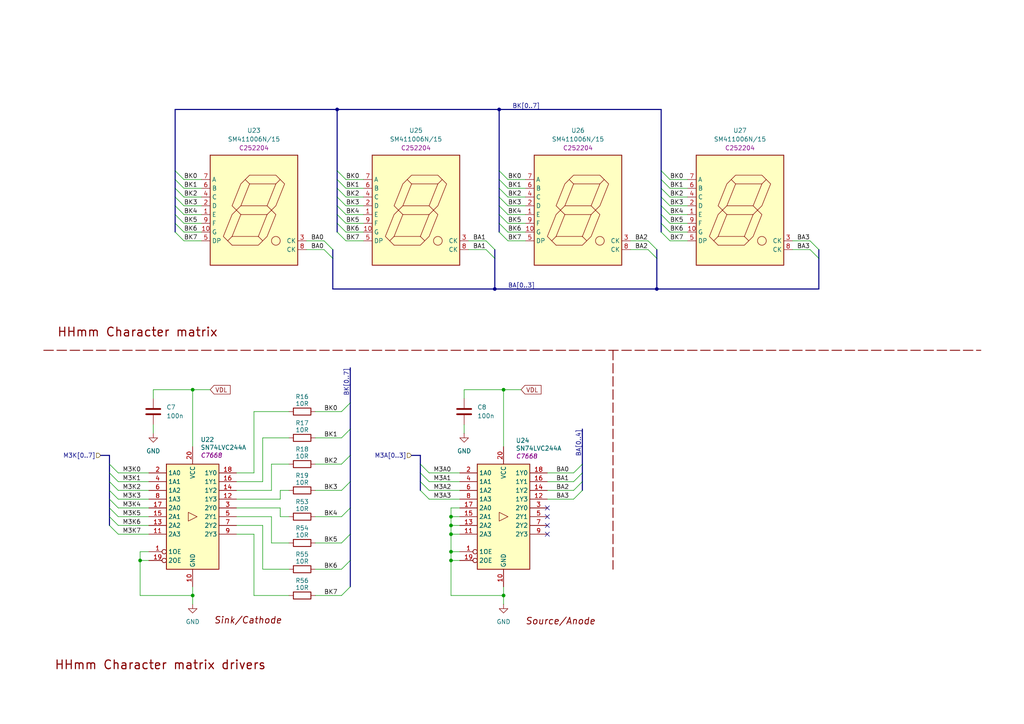
<source format=kicad_sch>
(kicad_sch (version 20250114) (generator "eeschema") (generator_version "9.0")
  (paper "A4")
  (title_block (title "HHmm Character Matrix & Drivers ") (date "2025-09-05") (rev "v0.0") (company "TJ71PL") (comment 1 "天計") (comment 4 "Final verification pending"))
  (lib_symbols
    (symbol "74xx:74AHC244"
      (property "Reference" "U" (at -7.62 16.51 0))
      (property "Value" "74AHC244" (at -7.62 -16.51 0))
      (symbol "74AHC244_1_0"
        (polyline (pts (xy 1.27 0) (xy -1.27 1.27) (xy -1.27 -1.27) (xy 1.27 0)) (stroke (width 0.1524)))
        (pin input line (at -12.7 12.7 0) (length 5.08) (name "1A0") (number "2"))
        (pin input line (at -12.7 10.16 0) (length 5.08) (name "1A1") (number "4"))
        (pin input line (at -12.7 7.62 0) (length 5.08) (name "1A2") (number "6"))
        (pin input line (at -12.7 5.08 0) (length 5.08) (name "1A3") (number "8"))
        (pin input line (at -12.7 2.54 0) (length 5.08) (name "2A0") (number "17"))
        (pin input line (at -12.7 0 0) (length 5.08) (name "2A1") (number "15"))
        (pin input line (at -12.7 -2.54 0) (length 5.08) (name "2A2") (number "13"))
        (pin input line (at -12.7 -5.08 0) (length 5.08) (name "2A3") (number "11"))
        (pin input inverted (at -12.7 -10.16 0) (length 5.08) (name "1OE") (number "1"))
        (pin input inverted (at -12.7 -12.7 0) (length 5.08) (name "2OE") (number "19"))
        (pin power_in line (at 0 20.32 270) (length 5.08) (name "VCC") (number "20"))
        (pin power_in line (at 0 -20.32 90) (length 5.08) (name "GND") (number "10"))
        (pin tri_state line (at 12.7 12.7 180) (length 5.08) (name "1Y0") (number "18"))
        (pin tri_state line (at 12.7 10.16 180) (length 5.08) (name "1Y1") (number "16"))
        (pin tri_state line (at 12.7 7.62 180) (length 5.08) (name "1Y2") (number "14"))
        (pin tri_state line (at 12.7 5.08 180) (length 5.08) (name "1Y3") (number "12"))
        (pin tri_state line (at 12.7 2.54 180) (length 5.08) (name "2Y0") (number "3"))
        (pin tri_state line (at 12.7 0 180) (length 5.08) (name "2Y1") (number "5"))
        (pin tri_state line (at 12.7 -2.54 180) (length 5.08) (name "2Y2") (number "7"))
        (pin tri_state line (at 12.7 -5.08 180) (length 5.08) (name "2Y3") (number "9"))
      )
      (symbol "74AHC244_1_1"
        (rectangle (start -7.62 15.24) (end 7.62 -15.24) (stroke (width 0.254)) (fill (type background)))
      )
    )
    (symbol "Device:C" (pin_numbers (hide yes)) (pin_names (offset 0.254))
      (property "Reference" "C" (at 0.635 2.54 0))
      (property "Value" "C" (at 0.635 -2.54 0))
      (symbol "C_0_1"
        (polyline (pts (xy -2.032 0.762) (xy 2.032 0.762)) (stroke (width 0.508)))
        (polyline (pts (xy -2.032 -0.762) (xy 2.032 -0.762)) (stroke (width 0.508)))
      )
      (symbol "C_1_1"
        (pin passive line (at 0 3.81 270) (length 2.794) (name "~") (number "1"))
        (pin passive line (at 0 -3.81 90) (length 2.794) (name "~") (number "2"))
      )
    )
    (symbol "Device:R" (pin_numbers (hide yes)) (pin_names (offset 0))
      (property "Reference" "R" (at 2.032 0 90))
      (property "Value" "R" (at 0 0 90))
      (symbol "R_0_1"
        (rectangle (start -1.016 -2.54) (end 1.016 2.54) (stroke (width 0.254)))
      )
      (symbol "R_1_1"
        (pin passive line (at 0 3.81 270) (length 1.27) (name "~") (number "1"))
        (pin passive line (at 0 -3.81 90) (length 1.27) (name "~") (number "2"))
      )
    )
    (symbol "power:GND" (power) (pin_numbers (hide yes)) (pin_names (offset 0) (hide yes))
      (property "Value" "GND" (at 0 -3.81 0))
      (symbol "GND_0_1"
        (polyline (pts (xy 0 0) (xy 0 -1.27) (xy 1.27 -1.27) (xy 0 -2.54) (xy -1.27 -1.27) (xy 0 -1.27)))
      )
      (symbol "GND_1_1"
        (pin power_in line (at 0 0 270) (length 0) (name "~") (number "1"))
      )
    )
    (symbol "precision_clock:SM411006N/15"
      (property "Reference" "U" (at 0 21.844 0))
      (property "Value" "SM411006N/15" (at 0 19.812 0))
      (symbol "SM411006N/15_0_1"
        (polyline (pts (xy -7.62 -8.89) (xy -6.35 -7.62)))
        (polyline (pts (xy -7.62 -8.89) (xy -6.35 -10.16)))
        (polyline (pts (xy -6.35 -7.62) (xy -3.81 -1.27)))
        (polyline (pts (xy -6.35 -7.62) (xy 1.27 -7.62)))
        (polyline (pts (xy -6.35 -10.16) (xy 1.27 -10.16) (xy 2.54 -8.89)))
        (polyline (pts (xy -5.08 0) (xy -6.35 -1.27) (xy -8.89 -7.62) (xy -7.62 -8.89)))
        (polyline (pts (xy -3.81 1.27) (xy -5.08 0)))
        (polyline (pts (xy -3.81 1.27) (xy 3.81 1.27)))
        (polyline (pts (xy -3.81 -1.27) (xy -5.08 0)))
        (polyline (pts (xy -3.81 -1.27) (xy 3.81 -1.27)))
        (polyline (pts (xy -2.54 8.89) (xy -3.81 7.62) (xy -6.35 1.27) (xy -5.08 0)))
        (polyline (pts (xy 1.27 -7.62) (xy 2.54 -8.89)))
        (polyline (pts (xy 2.54 -8.89) (xy 3.81 -7.62) (xy 6.35 -1.27) (xy 5.08 0)))
        (polyline (pts (xy 3.81 1.27) (xy 5.08 0)))
        (polyline (pts (xy 3.81 -1.27) (xy 1.27 -7.62)))
        (polyline (pts (xy 5.08 0) (xy 3.81 -1.27)))
        (polyline (pts (xy 5.08 0) (xy 6.35 1.27) (xy 8.89 7.62) (xy 7.62 8.89)))
        (polyline (pts (xy 6.35 7.62) (xy 3.81 1.27)))
        (polyline (pts (xy 6.35 7.62) (xy -1.27 7.62) (xy -3.81 1.27)))
        (polyline (pts (xy 6.35 7.62) (xy 7.62 8.89) (xy 6.35 10.16) (xy -1.27 10.16) (xy -2.54 8.89) (xy -1.27 7.62)))
        (circle (center 6.35 -8.89) (radius 1.27))
      )
      (symbol "SM411006N/15_1_1"
        (rectangle (start -12.7 15.9543) (end 12.7 -15.9544) (stroke (width 0.254)) (fill (type color) (color 255 255 194 1)))
        (pin input line (at -15.24 8.89 0) (length 2.54) (name "A") (number "7"))
        (pin input line (at -15.24 6.35 0) (length 2.54) (name "B") (number "6"))
        (pin input line (at -15.24 3.81 0) (length 2.54) (name "C") (number "4"))
        (pin input line (at -15.24 1.27 0) (length 2.54) (name "D") (number "2"))
        (pin input line (at -15.24 -1.27 0) (length 2.54) (name "E") (number "1"))
        (pin input line (at -15.24 -3.81 0) (length 2.54) (name "F") (number "9"))
        (pin input line (at -15.24 -6.35 0) (length 2.54) (name "G") (number "10"))
        (pin input line (at -15.24 -8.89 0) (length 2.54) (name "DP") (number "5"))
        (pin input line (at 15.24 -8.89 180) (length 2.54) (name "CK") (number "3"))
        (pin input line (at 15.24 -11.43 180) (length 2.54) (name "CK") (number "8"))
      )
    )
  )
  (text "Source/Anode" (at 162.56 180.34 0) (effects (font (size 1.905 1.905) (thickness 0.2381) (italic yes))))
  (text "HHmm Character matrix drivers " (at 15.748 193.04 0) (effects (font (size 2.54 2.54) (thickness 0.3175)) (justify left)))
  (text "HHmm Character matrix" (at 16.51 96.52 0) (effects (font (size 2.54 2.54) (thickness 0.3175)) (justify left)))
  (text "Sink/Cathode " (at 72.644 180.086 0) (effects (font (size 1.905 1.905) (thickness 0.2381) (italic yes))))
  (junction (at 55.88 113.03))
  (junction (at 130.81 162.56))
  (junction (at 130.81 149.86))
  (junction (at 146.05 172.72))
  (junction (at 130.81 152.4))
  (junction (at 40.64 162.56))
  (junction (at 130.81 160.02))
  (junction (at 143.51 83.82))
  (junction (at 55.88 172.72))
  (junction (at 97.79 31.75))
  (junction (at 130.81 154.94))
  (junction (at 146.05 113.03))
  (junction (at 190.5 83.82))
  (junction (at 144.78 31.75))
  (no_connect (at 158.75 154.94))
  (no_connect (at 158.75 147.32))
  (no_connect (at 158.75 152.4))
  (no_connect (at 158.75 149.86))
  (bus_entry (at 144.78 62.23) (size 2.54 2.54))
  (bus_entry (at 101.6 116.84) (size -2.54 2.54))
  (bus_entry (at 97.79 59.69) (size 2.54 2.54))
  (bus_entry (at 101.6 132.08) (size -2.54 2.54))
  (bus_entry (at 168.91 142.24) (size -2.54 2.54))
  (bus_entry (at 101.6 124.46) (size -2.54 2.54))
  (bus_entry (at 50.8 59.69) (size 2.54 2.54))
  (bus_entry (at 101.6 170.18) (size -2.54 2.54))
  (bus_entry (at 121.92 139.7) (size 2.54 2.54))
  (bus_entry (at 191.77 49.53) (size 2.54 2.54))
  (bus_entry (at 96.52 74.93) (size -2.54 -2.54))
  (bus_entry (at 97.79 67.31) (size 2.54 2.54))
  (bus_entry (at 237.49 74.93) (size -2.54 -2.54))
  (bus_entry (at 190.5 74.93) (size -2.54 -2.54))
  (bus_entry (at 144.78 57.15) (size 2.54 2.54))
  (bus_entry (at 97.79 49.53) (size 2.54 2.54))
  (bus_entry (at 97.79 64.77) (size 2.54 2.54))
  (bus_entry (at 50.8 57.15) (size 2.54 2.54))
  (bus_entry (at 31.75 147.32) (size 2.54 2.54))
  (bus_entry (at 191.77 59.69) (size 2.54 2.54))
  (bus_entry (at 144.78 54.61) (size 2.54 2.54))
  (bus_entry (at 168.91 134.62) (size -2.54 2.54))
  (bus_entry (at 97.79 57.15) (size 2.54 2.54))
  (bus_entry (at 168.91 137.16) (size -2.54 2.54))
  (bus_entry (at 144.78 64.77) (size 2.54 2.54))
  (bus_entry (at 121.92 142.24) (size 2.54 2.54))
  (bus_entry (at 121.92 137.16) (size 2.54 2.54))
  (bus_entry (at 190.5 72.39) (size -2.54 -2.54))
  (bus_entry (at 31.75 144.78) (size 2.54 2.54))
  (bus_entry (at 101.6 139.7) (size -2.54 2.54))
  (bus_entry (at 144.78 67.31) (size 2.54 2.54))
  (bus_entry (at 191.77 64.77) (size 2.54 2.54))
  (bus_entry (at 143.51 74.93) (size -2.54 -2.54))
  (bus_entry (at 97.79 52.07) (size 2.54 2.54))
  (bus_entry (at 191.77 57.15) (size 2.54 2.54))
  (bus_entry (at 50.8 67.31) (size 2.54 2.54))
  (bus_entry (at 31.75 142.24) (size 2.54 2.54))
  (bus_entry (at 31.75 139.7) (size 2.54 2.54))
  (bus_entry (at 97.79 54.61) (size 2.54 2.54))
  (bus_entry (at 144.78 52.07) (size 2.54 2.54))
  (bus_entry (at 50.8 64.77) (size 2.54 2.54))
  (bus_entry (at 31.75 149.86) (size 2.54 2.54))
  (bus_entry (at 143.51 72.39) (size -2.54 -2.54))
  (bus_entry (at 50.8 49.53) (size 2.54 2.54))
  (bus_entry (at 191.77 62.23) (size 2.54 2.54))
  (bus_entry (at 101.6 147.32) (size -2.54 2.54))
  (bus_entry (at 101.6 162.56) (size -2.54 2.54))
  (bus_entry (at 237.49 72.39) (size -2.54 -2.54))
  (bus_entry (at 31.75 134.62) (size 2.54 2.54))
  (bus_entry (at 191.77 54.61) (size 2.54 2.54))
  (bus_entry (at 31.75 137.16) (size 2.54 2.54))
  (bus_entry (at 96.52 72.39) (size -2.54 -2.54))
  (bus_entry (at 144.78 49.53) (size 2.54 2.54))
  (bus_entry (at 50.8 62.23) (size 2.54 2.54))
  (bus_entry (at 101.6 154.94) (size -2.54 2.54))
  (bus_entry (at 191.77 67.31) (size 2.54 2.54))
  (bus_entry (at 50.8 52.07) (size 2.54 2.54))
  (bus_entry (at 31.75 152.4) (size 2.54 2.54))
  (bus_entry (at 144.78 59.69) (size 2.54 2.54))
  (bus_entry (at 50.8 54.61) (size 2.54 2.54))
  (bus_entry (at 191.77 52.07) (size 2.54 2.54))
  (bus_entry (at 121.92 134.62) (size 2.54 2.54))
  (bus_entry (at 168.91 139.7) (size -2.54 2.54))
  (bus_entry (at 97.79 62.23) (size 2.54 2.54))
  (wire (pts (xy 130.81 154.94) (xy 130.81 152.4)))
  (wire (pts (xy 147.32 59.69) (xy 152.4 59.69)))
  (wire (pts (xy 100.33 67.31) (xy 105.41 67.31)))
  (bus (pts (xy 31.75 147.32) (xy 31.75 149.86)))
  (polyline (pts (xy 177.8 101.6) (xy 177.8 165.1)) (stroke (width 0.254) (type dash) (color 132 0 0 1)))
  (bus (pts (xy 31.75 142.24) (xy 31.75 144.78)))
  (wire (pts (xy 40.64 162.56) (xy 40.64 172.72)))
  (bus (pts (xy 144.78 52.07) (xy 144.78 54.61)))
  (bus (pts (xy 144.78 31.75) (xy 144.78 49.53)))
  (wire (pts (xy 124.46 144.78) (xy 133.35 144.78)))
  (bus (pts (xy 191.77 31.75) (xy 191.77 49.53)))
  (wire (pts (xy 34.29 147.32) (xy 43.18 147.32)))
  (wire (pts (xy 130.81 149.86) (xy 130.81 147.32)))
  (wire (pts (xy 55.88 170.18) (xy 55.88 172.72)))
  (wire (pts (xy 100.33 62.23) (xy 105.41 62.23)))
  (wire (pts (xy 194.31 52.07) (xy 199.39 52.07)))
  (bus (pts (xy 121.92 134.62) (xy 121.92 137.16)))
  (wire (pts (xy 130.81 152.4) (xy 130.81 149.86)))
  (wire (pts (xy 40.64 172.72) (xy 55.88 172.72)))
  (wire (pts (xy 78.74 149.86) (xy 78.74 157.48)))
  (wire (pts (xy 40.64 160.02) (xy 40.64 162.56)))
  (wire (pts (xy 130.81 162.56) (xy 130.81 172.72)))
  (wire (pts (xy 91.44 119.38) (xy 99.06 119.38)))
  (bus (pts (xy 101.6 132.08) (xy 101.6 139.7)))
  (wire (pts (xy 68.58 147.32) (xy 81.28 147.32)))
  (wire (pts (xy 91.44 134.62) (xy 99.06 134.62)))
  (wire (pts (xy 124.46 139.7) (xy 133.35 139.7)))
  (wire (pts (xy 146.05 172.72) (xy 146.05 175.26)))
  (wire (pts (xy 68.58 142.24) (xy 78.74 142.24)))
  (bus (pts (xy 143.51 74.93) (xy 143.51 83.82)))
  (wire (pts (xy 53.34 57.15) (xy 58.42 57.15)))
  (wire (pts (xy 76.2 165.1) (xy 83.82 165.1)))
  (wire (pts (xy 130.81 160.02) (xy 130.81 162.56)))
  (bus (pts (xy 144.78 31.75) (xy 191.77 31.75)))
  (bus (pts (xy 168.91 139.7) (xy 168.91 142.24)))
  (wire (pts (xy 81.28 142.24) (xy 83.82 142.24)))
  (wire (pts (xy 34.29 152.4) (xy 43.18 152.4)))
  (bus (pts (xy 50.8 57.15) (xy 50.8 59.69)))
  (bus (pts (xy 29.21 132.08) (xy 31.75 132.08)))
  (bus (pts (xy 101.6 124.46) (xy 101.6 132.08)))
  (bus (pts (xy 237.49 74.93) (xy 237.49 83.82)))
  (bus (pts (xy 190.5 74.93) (xy 190.5 83.82)))
  (bus (pts (xy 31.75 139.7) (xy 31.75 142.24)))
  (wire (pts (xy 158.75 142.24) (xy 166.37 142.24)))
  (wire (pts (xy 182.88 72.39) (xy 187.96 72.39)))
  (wire (pts (xy 135.89 72.39) (xy 140.97 72.39)))
  (wire (pts (xy 55.88 172.72) (xy 55.88 175.26)))
  (wire (pts (xy 100.33 54.61) (xy 105.41 54.61)))
  (wire (pts (xy 100.33 64.77) (xy 105.41 64.77)))
  (bus (pts (xy 31.75 132.08) (xy 31.75 134.62)))
  (wire (pts (xy 130.81 172.72) (xy 146.05 172.72)))
  (wire (pts (xy 146.05 170.18) (xy 146.05 172.72)))
  (wire (pts (xy 78.74 134.62) (xy 83.82 134.62)))
  (wire (pts (xy 34.29 142.24) (xy 43.18 142.24)))
  (bus (pts (xy 101.6 162.56) (xy 101.6 170.18)))
  (bus (pts (xy 96.52 74.93) (xy 96.52 83.82)))
  (bus (pts (xy 31.75 134.62) (xy 31.75 137.16)))
  (bus (pts (xy 190.5 72.39) (xy 190.5 74.93)))
  (wire (pts (xy 34.29 149.86) (xy 43.18 149.86)))
  (wire (pts (xy 44.45 115.57) (xy 44.45 113.03)))
  (bus (pts (xy 191.77 49.53) (xy 191.77 52.07)))
  (bus (pts (xy 97.79 57.15) (xy 97.79 59.69)))
  (wire (pts (xy 91.44 149.86) (xy 99.06 149.86)))
  (wire (pts (xy 73.66 154.94) (xy 73.66 172.72)))
  (wire (pts (xy 91.44 142.24) (xy 99.06 142.24)))
  (bus (pts (xy 143.51 72.39) (xy 143.51 74.93)))
  (bus (pts (xy 50.8 59.69) (xy 50.8 62.23)))
  (wire (pts (xy 130.81 149.86) (xy 133.35 149.86)))
  (wire (pts (xy 147.32 64.77) (xy 152.4 64.77)))
  (bus (pts (xy 101.6 154.94) (xy 101.6 162.56)))
  (wire (pts (xy 182.88 69.85) (xy 187.96 69.85)))
  (wire (pts (xy 76.2 139.7) (xy 76.2 127)))
  (bus (pts (xy 97.79 54.61) (xy 97.79 57.15)))
  (wire (pts (xy 60.96 113.03) (xy 55.88 113.03)))
  (bus (pts (xy 31.75 137.16) (xy 31.75 139.7)))
  (wire (pts (xy 134.62 113.03) (xy 146.05 113.03)))
  (bus (pts (xy 97.79 49.53) (xy 97.79 52.07)))
  (wire (pts (xy 130.81 162.56) (xy 133.35 162.56)))
  (bus (pts (xy 121.92 137.16) (xy 121.92 139.7)))
  (bus (pts (xy 50.8 54.61) (xy 50.8 57.15)))
  (wire (pts (xy 81.28 144.78) (xy 68.58 144.78)))
  (wire (pts (xy 53.34 59.69) (xy 58.42 59.69)))
  (wire (pts (xy 88.9 72.39) (xy 93.98 72.39)))
  (wire (pts (xy 194.31 54.61) (xy 199.39 54.61)))
  (wire (pts (xy 76.2 152.4) (xy 76.2 165.1)))
  (bus (pts (xy 50.8 49.53) (xy 50.8 52.07)))
  (bus (pts (xy 101.6 106.68) (xy 101.6 116.84)))
  (wire (pts (xy 130.81 152.4) (xy 133.35 152.4)))
  (bus (pts (xy 96.52 72.39) (xy 96.52 74.93)))
  (bus (pts (xy 50.8 31.75) (xy 50.8 49.53)))
  (wire (pts (xy 73.66 154.94) (xy 68.58 154.94)))
  (wire (pts (xy 124.46 137.16) (xy 133.35 137.16)))
  (wire (pts (xy 34.29 137.16) (xy 43.18 137.16)))
  (wire (pts (xy 135.89 69.85) (xy 140.97 69.85)))
  (wire (pts (xy 81.28 142.24) (xy 81.28 144.78)))
  (wire (pts (xy 44.45 113.03) (xy 55.88 113.03)))
  (wire (pts (xy 147.32 54.61) (xy 152.4 54.61)))
  (wire (pts (xy 134.62 123.19) (xy 134.62 125.73)))
  (wire (pts (xy 194.31 59.69) (xy 199.39 59.69)))
  (wire (pts (xy 147.32 69.85) (xy 152.4 69.85)))
  (bus (pts (xy 121.92 139.7) (xy 121.92 142.24)))
  (wire (pts (xy 53.34 67.31) (xy 58.42 67.31)))
  (wire (pts (xy 34.29 144.78) (xy 43.18 144.78)))
  (wire (pts (xy 194.31 69.85) (xy 199.39 69.85)))
  (bus (pts (xy 190.5 83.82) (xy 237.49 83.82)))
  (wire (pts (xy 81.28 149.86) (xy 83.82 149.86)))
  (bus (pts (xy 121.92 132.08) (xy 121.92 134.62)))
  (wire (pts (xy 34.29 154.94) (xy 43.18 154.94)))
  (bus (pts (xy 144.78 57.15) (xy 144.78 59.69)))
  (wire (pts (xy 158.75 144.78) (xy 166.37 144.78)))
  (wire (pts (xy 147.32 52.07) (xy 152.4 52.07)))
  (wire (pts (xy 158.75 137.16) (xy 166.37 137.16)))
  (wire (pts (xy 53.34 64.77) (xy 58.42 64.77)))
  (bus (pts (xy 97.79 59.69) (xy 97.79 62.23)))
  (wire (pts (xy 194.31 62.23) (xy 199.39 62.23)))
  (bus (pts (xy 237.49 72.39) (xy 237.49 74.93)))
  (wire (pts (xy 91.44 157.48) (xy 99.06 157.48)))
  (bus (pts (xy 144.78 59.69) (xy 144.78 62.23)))
  (bus (pts (xy 101.6 116.84) (xy 101.6 124.46)))
  (wire (pts (xy 100.33 52.07) (xy 105.41 52.07)))
  (wire (pts (xy 78.74 157.48) (xy 83.82 157.48)))
  (bus (pts (xy 101.6 139.7) (xy 101.6 147.32)))
  (wire (pts (xy 40.64 162.56) (xy 43.18 162.56)))
  (wire (pts (xy 73.66 172.72) (xy 83.82 172.72)))
  (bus (pts (xy 191.77 59.69) (xy 191.77 62.23)))
  (polyline (pts (xy 12.7 101.6) (xy 284.48 101.6)) (stroke (width 0.254) (type dash) (color 132 0 0 1)))
  (bus (pts (xy 50.8 31.75) (xy 97.79 31.75)))
  (bus (pts (xy 97.79 52.07) (xy 97.79 54.61)))
  (wire (pts (xy 194.31 57.15) (xy 199.39 57.15)))
  (wire (pts (xy 91.44 127) (xy 99.06 127)))
  (wire (pts (xy 100.33 57.15) (xy 105.41 57.15)))
  (bus (pts (xy 191.77 64.77) (xy 191.77 67.31)))
  (wire (pts (xy 147.32 67.31) (xy 152.4 67.31)))
  (wire (pts (xy 88.9 69.85) (xy 93.98 69.85)))
  (bus (pts (xy 168.91 134.62) (xy 168.91 137.16)))
  (wire (pts (xy 194.31 64.77) (xy 199.39 64.77)))
  (wire (pts (xy 130.81 160.02) (xy 130.81 154.94)))
  (wire (pts (xy 147.32 62.23) (xy 152.4 62.23)))
  (wire (pts (xy 55.88 113.03) (xy 55.88 129.54)))
  (bus (pts (xy 143.51 83.82) (xy 190.5 83.82)))
  (bus (pts (xy 119.38 132.08) (xy 121.92 132.08)))
  (wire (pts (xy 43.18 160.02) (xy 40.64 160.02)))
  (bus (pts (xy 50.8 64.77) (xy 50.8 67.31)))
  (wire (pts (xy 100.33 69.85) (xy 105.41 69.85)))
  (bus (pts (xy 96.52 83.82) (xy 143.51 83.82)))
  (wire (pts (xy 147.32 57.15) (xy 152.4 57.15)))
  (bus (pts (xy 50.8 62.23) (xy 50.8 64.77)))
  (wire (pts (xy 73.66 137.16) (xy 73.66 119.38)))
  (bus (pts (xy 168.91 124.46) (xy 168.91 134.62)))
  (bus (pts (xy 31.75 149.86) (xy 31.75 152.4)))
  (wire (pts (xy 78.74 134.62) (xy 78.74 142.24)))
  (bus (pts (xy 191.77 57.15) (xy 191.77 59.69)))
  (bus (pts (xy 144.78 62.23) (xy 144.78 64.77)))
  (bus (pts (xy 144.78 64.77) (xy 144.78 67.31)))
  (wire (pts (xy 34.29 139.7) (xy 43.18 139.7)))
  (bus (pts (xy 191.77 62.23) (xy 191.77 64.77)))
  (wire (pts (xy 91.44 165.1) (xy 99.06 165.1)))
  (bus (pts (xy 50.8 52.07) (xy 50.8 54.61)))
  (wire (pts (xy 76.2 127) (xy 83.82 127)))
  (bus (pts (xy 31.75 144.78) (xy 31.75 147.32)))
  (wire (pts (xy 229.87 69.85) (xy 234.95 69.85)))
  (wire (pts (xy 130.81 154.94) (xy 133.35 154.94)))
  (wire (pts (xy 81.28 147.32) (xy 81.28 149.86)))
  (bus (pts (xy 144.78 49.53) (xy 144.78 52.07)))
  (wire (pts (xy 124.46 142.24) (xy 133.35 142.24)))
  (wire (pts (xy 68.58 139.7) (xy 76.2 139.7)))
  (wire (pts (xy 68.58 152.4) (xy 76.2 152.4)))
  (wire (pts (xy 73.66 119.38) (xy 83.82 119.38)))
  (wire (pts (xy 100.33 59.69) (xy 105.41 59.69)))
  (wire (pts (xy 134.62 115.57) (xy 134.62 113.03)))
  (wire (pts (xy 53.34 52.07) (xy 58.42 52.07)))
  (bus (pts (xy 97.79 31.75) (xy 144.78 31.75)))
  (bus (pts (xy 191.77 52.07) (xy 191.77 54.61)))
  (bus (pts (xy 191.77 54.61) (xy 191.77 57.15)))
  (wire (pts (xy 229.87 72.39) (xy 234.95 72.39)))
  (bus (pts (xy 97.79 62.23) (xy 97.79 64.77)))
  (bus (pts (xy 97.79 31.75) (xy 97.79 49.53)))
  (wire (pts (xy 133.35 160.02) (xy 130.81 160.02)))
  (wire (pts (xy 53.34 62.23) (xy 58.42 62.23)))
  (wire (pts (xy 158.75 139.7) (xy 166.37 139.7)))
  (wire (pts (xy 53.34 54.61) (xy 58.42 54.61)))
  (wire (pts (xy 91.44 172.72) (xy 99.06 172.72)))
  (bus (pts (xy 97.79 64.77) (xy 97.79 67.31)))
  (wire (pts (xy 194.31 67.31) (xy 199.39 67.31)))
  (bus (pts (xy 144.78 54.61) (xy 144.78 57.15)))
  (wire (pts (xy 146.05 113.03) (xy 146.05 129.54)))
  (wire (pts (xy 151.13 113.03) (xy 146.05 113.03)))
  (bus (pts (xy 101.6 147.32) (xy 101.6 154.94)))
  (bus (pts (xy 168.91 137.16) (xy 168.91 139.7)))
  (wire (pts (xy 130.81 147.32) (xy 133.35 147.32)))
  (wire (pts (xy 68.58 137.16) (xy 73.66 137.16)))
  (wire (pts (xy 44.45 123.19) (xy 44.45 125.73)))
  (wire (pts (xy 68.58 149.86) (xy 78.74 149.86)))
  (wire (pts (xy 53.34 69.85) (xy 58.42 69.85)))
  (label "BK2" (at 100.33 57.15 0))
  (label "M3A1" (at 125.73 139.7 0))
  (label "BK4" (at 93.98 149.86 0))
  (label "BK3" (at 53.34 59.69 0))
  (label "BA0" (at 161.29 137.16 0))
  (label "BK4" (at 100.33 62.23 0))
  (label "M3A2" (at 125.73 142.24 0))
  (label "BK2" (at 147.32 57.15 0))
  (label "BK5" (at 53.34 64.77 0))
  (label "BK3" (at 93.98 142.24 0))
  (label "BK7" (at 53.34 69.85 0))
  (label "M3K4" (at 35.56 147.32 0))
  (label "BK[0..7]" (at 148.59 31.75 0))
  (label "BK4" (at 194.31 62.23 0))
  (label "M3K1" (at 35.56 139.7 0))
  (label "BK1" (at 100.33 54.61 0))
  (label "BK[0..7]" (at 101.6 106.68 270))
  (label "BA3" (at 231.14 72.39 0))
  (label "BK7" (at 93.98 172.72 0))
  (label "M3K5" (at 35.56 149.86 0))
  (label "BK2" (at 53.34 57.15 0))
  (label "BK7" (at 100.33 69.85 0))
  (label "BK4" (at 53.34 62.23 0))
  (label "BK5" (at 100.33 64.77 0))
  (label "BK0" (at 53.34 52.07 0))
  (label "BK3" (at 100.33 59.69 0))
  (label "BK6" (at 93.98 165.1 0))
  (label "BA1" (at 161.29 139.7 0))
  (label "BK5" (at 194.31 64.77 0))
  (label "BA3" (at 161.29 144.78 0))
  (label "BA1" (at 137.16 72.39 0))
  (label "BK0" (at 93.98 119.38 0))
  (label "BK5" (at 93.98 157.48 0))
  (label "BA1" (at 137.16 69.85 0))
  (label "M3A0" (at 125.73 137.16 0))
  (label "BK0" (at 147.32 52.07 0))
  (label "BK3" (at 147.32 59.69 0))
  (label "M3A3" (at 125.73 144.78 0))
  (label "BA2" (at 184.15 72.39 0))
  (label "BK7" (at 147.32 69.85 0))
  (label "BA2" (at 161.29 142.24 0))
  (label "M3K6" (at 35.56 152.4 0))
  (label "BK1" (at 53.34 54.61 0))
  (label "BK2" (at 194.31 57.15 0))
  (label "BK7" (at 194.31 69.85 0))
  (label "BA0" (at 90.17 72.39 0))
  (label "BK3" (at 194.31 59.69 0))
  (label "BA2" (at 184.15 69.85 0))
  (label "BK0" (at 194.31 52.07 0))
  (label "BK5" (at 147.32 64.77 0))
  (label "M3K0" (at 35.56 137.16 0))
  (label "BK6" (at 147.32 67.31 0))
  (label "BA3" (at 231.14 69.85 0))
  (label "M3K7" (at 35.56 154.94 0))
  (label "BK2" (at 93.98 134.62 0))
  (label "BA0" (at 90.17 69.85 0))
  (label "M3K3" (at 35.56 144.78 0))
  (label "BK1" (at 194.31 54.61 0))
  (label "BK6" (at 194.31 67.31 0))
  (label "BA[0..3]" (at 147.32 83.82 0))
  (label "BK6" (at 53.34 67.31 0))
  (label "BK0" (at 100.33 52.07 0))
  (label "BK4" (at 147.32 62.23 0))
  (label "M3K2" (at 35.56 142.24 0))
  (label "BK1" (at 147.32 54.61 0))
  (label "BA[0..4]" (at 168.91 124.46 270))
  (label "BK1" (at 93.98 127 0))
  (label "BK6" (at 100.33 67.31 0))
  (global_label "VDL" (shape input) (at 151.13 113.03 0) (property "Intersheetrefs" "${INTERSHEET_REFS}" (effects (hide yes))))
  (global_label "VDL" (shape input) (at 60.96 113.03 0) (property "Intersheetrefs" "${INTERSHEET_REFS}" (effects (hide yes))))
  (hierarchical_label "M3A[0..3]" (shape input) (at 119.38 132.08 180))
  (hierarchical_label "M3K[0..7]" (shape input) (at 29.21 132.08 180))
  (symbol (lib_id "Device:C") (at 44.45 119.38 0) (unit 1)
    (property "Reference" "C7" (at 48.26 118.1099 0) (effects (justify left)))
    (property "Value" "100n" (at 48.26 120.6499 0) (effects (justify left)))
    (property "Footprint" "Capacitor_SMD:C_0603_1608Metric" (effects (hide yes)))
    (property "Description" "Unpolarized capacitor" (effects (hide yes)))
  )
  (symbol (lib_id "power:GND") (at 146.05 175.26 0) (unit 1)
    (property "Reference" "#PWR016" (effects (hide yes)))
    (property "Value" "GND" (at 146.05 180.34 0))
    (property "Description" "Power symbol creates a global label with name \"GND\" , ground" (effects (hide yes)))
  )
  (symbol (lib_id "Device:R") (at 87.63 157.48 90) (unit 1)
    (property "Reference" "R54" (at 87.63 153.162 90))
    (property "Value" "10R" (at 87.63 155.194 90))
    (property "Footprint" "Resistor_SMD:R_0603_1608Metric" (effects (hide yes)))
    (property "Description" "Resistor" (effects (hide yes)))
  )
  (symbol (lib_id "Device:R") (at 87.63 165.1 90) (unit 1)
    (property "Reference" "R55" (at 87.63 160.782 90))
    (property "Value" "10R" (at 87.63 162.814 90))
    (property "Footprint" "Resistor_SMD:R_0603_1608Metric" (effects (hide yes)))
    (property "Description" "Resistor" (effects (hide yes)))
  )
  (symbol (lib_id "Device:R") (at 87.63 142.24 90) (unit 1)
    (property "Reference" "R19" (at 87.63 137.922 90))
    (property "Value" "10R" (at 87.63 139.954 90))
    (property "Footprint" "Resistor_SMD:R_0603_1608Metric" (effects (hide yes)))
    (property "Description" "Resistor" (effects (hide yes)))
  )
  (symbol (lib_id "power:GND") (at 134.62 125.73 0) (unit 1)
    (property "Reference" "#PWR015" (effects (hide yes)))
    (property "Value" "GND" (at 134.62 130.81 0))
    (property "Description" "Power symbol creates a global label with name \"GND\" , ground" (effects (hide yes)))
  )
  (symbol (lib_id "Device:R") (at 87.63 127 90) (unit 1)
    (property "Reference" "R17" (at 87.63 122.682 90))
    (property "Value" "10R" (at 87.63 124.714 90))
    (property "Footprint" "Resistor_SMD:R_0603_1608Metric" (effects (hide yes)))
    (property "Description" "Resistor" (effects (hide yes)))
  )
  (symbol (lib_id "74xx:74AHC244") (at 55.88 149.86 0) (unit 1)
    (property "Reference" "U22" (at 58.166 127.508 0) (effects (justify left)))
    (property "Value" "SN74LVC244A" (at 58.166 129.794 0) (effects (justify left)))
    (property "Footprint" "Package_SO:TSSOP-20_4.4x6.5mm_P0.65mm" (effects (hide yes)))
    (property "Datasheet" "https://jlcpcb.com/api/file/downloadByFileSystemAccessId/8579714871891714048" (effects (hide yes)))
    (property "Description" "8-bit Buffer/Line Driver 3-state" (effects (hide yes)))
    (property "LCSC" "C7668" (at 58.166 132.08 0) (effects (font (italic yes)) (justify left)))
  )
  (symbol (lib_id "precision_clock:SM411006N/15") (at 214.63 60.96 0) (unit 1)
    (property "Reference" "U27" (at 214.63 37.846 0))
    (property "Value" "SM411006N/15" (at 214.63 40.386 0))
    (property "Footprint" "precision_clock:SM411006N15" (effects (hide yes)))
    (property "Datasheet" "https://www.lcsc.com/datasheet/C252204.pdf" (effects (hide yes)))
    (property "Description" "25.4 mm (1.0 inch) Single Digit Numeric Display" (effects (hide yes)))
    (property "LCSC" "C252204" (at 214.63 42.926 0))
  )
  (symbol (lib_id "Device:R") (at 87.63 172.72 90) (unit 1)
    (property "Reference" "R56" (at 87.63 168.402 90))
    (property "Value" "10R" (at 87.63 170.434 90))
    (property "Footprint" "Resistor_SMD:R_0603_1608Metric" (effects (hide yes)))
    (property "Description" "Resistor" (effects (hide yes)))
  )
  (symbol (lib_id "Device:R") (at 87.63 149.86 90) (unit 1)
    (property "Reference" "R53" (at 87.63 145.542 90))
    (property "Value" "10R" (at 87.63 147.574 90))
    (property "Footprint" "Resistor_SMD:R_0603_1608Metric" (effects (hide yes)))
    (property "Description" "Resistor" (effects (hide yes)))
  )
  (symbol (lib_id "precision_clock:SM411006N/15") (at 120.65 60.96 0) (unit 1)
    (property "Reference" "U25" (at 120.65 37.846 0))
    (property "Value" "SM411006N/15" (at 120.65 40.386 0))
    (property "Footprint" "precision_clock:SM411006N15" (effects (hide yes)))
    (property "Datasheet" "https://www.lcsc.com/datasheet/C252204.pdf" (effects (hide yes)))
    (property "Description" "25.4 mm (1.0 inch) Single Digit Numeric Display" (effects (hide yes)))
    (property "LCSC" "C252204" (at 120.65 42.926 0))
  )
  (symbol (lib_id "Device:C") (at 134.62 119.38 0) (unit 1)
    (property "Reference" "C8" (at 138.43 118.1099 0) (effects (justify left)))
    (property "Value" "100n" (at 138.43 120.6499 0) (effects (justify left)))
    (property "Footprint" "Capacitor_SMD:C_0603_1608Metric" (effects (hide yes)))
    (property "Description" "Unpolarized capacitor" (effects (hide yes)))
  )
  (symbol (lib_id "Device:R") (at 87.63 119.38 90) (unit 1)
    (property "Reference" "R16" (at 87.63 115.062 90))
    (property "Value" "10R" (at 87.63 117.094 90))
    (property "Footprint" "Resistor_SMD:R_0603_1608Metric" (effects (hide yes)))
    (property "Description" "Resistor" (effects (hide yes)))
  )
  (symbol (lib_id "precision_clock:SM411006N/15") (at 167.64 60.96 0) (unit 1)
    (property "Reference" "U26" (at 167.64 37.846 0))
    (property "Value" "SM411006N/15" (at 167.64 40.386 0))
    (property "Footprint" "precision_clock:SM411006N15" (effects (hide yes)))
    (property "Datasheet" "https://www.lcsc.com/datasheet/C252204.pdf" (effects (hide yes)))
    (property "Description" "25.4 mm (1.0 inch) Single Digit Numeric Display" (effects (hide yes)))
    (property "LCSC" "C252204" (at 167.64 42.926 0))
  )
  (symbol (lib_id "power:GND") (at 44.45 125.73 0) (unit 1)
    (property "Reference" "#PWR013" (effects (hide yes)))
    (property "Value" "GND" (at 44.45 130.81 0))
    (property "Description" "Power symbol creates a global label with name \"GND\" , ground" (effects (hide yes)))
  )
  (symbol (lib_id "precision_clock:SM411006N/15") (at 73.66 60.96 0) (unit 1)
    (property "Reference" "U23" (at 73.66 37.846 0))
    (property "Value" "SM411006N/15" (at 73.66 40.386 0))
    (property "Footprint" "precision_clock:SM411006N15" (effects (hide yes)))
    (property "Datasheet" "https://www.lcsc.com/datasheet/C252204.pdf" (effects (hide yes)))
    (property "Description" "25.4 mm (1.0 inch) Single Digit Numeric Display" (effects (hide yes)))
    (property "LCSC" "C252204" (at 73.66 42.926 0))
  )
  (symbol (lib_id "Device:R") (at 87.63 134.62 90) (unit 1)
    (property "Reference" "R18" (at 87.63 130.302 90))
    (property "Value" "10R" (at 87.63 132.334 90))
    (property "Footprint" "Resistor_SMD:R_0603_1608Metric" (effects (hide yes)))
    (property "Description" "Resistor" (effects (hide yes)))
  )
  (symbol (lib_id "74xx:74AHC244") (at 146.05 149.86 0) (unit 1)
    (property "Reference" "U24" (at 149.606 127.762 0) (effects (justify left)))
    (property "Value" "SN74LVC244A" (at 149.606 130.048 0) (effects (justify left)))
    (property "Footprint" "Package_SO:TSSOP-20_4.4x6.5mm_P0.65mm" (effects (hide yes)))
    (property "Datasheet" "https://jlcpcb.com/api/file/downloadByFileSystemAccessId/8579714871891714048" (effects (hide yes)))
    (property "Description" "8-bit Buffer/Line Driver 3-state" (effects (hide yes)))
    (property "LCSC" "C7668" (at 149.606 132.334 0) (effects (font (italic yes)) (justify left)))
  )
  (symbol (lib_id "power:GND") (at 55.88 175.26 0) (unit 1)
    (property "Reference" "#PWR014" (effects (hide yes)))
    (property "Value" "GND" (at 55.88 180.34 0))
    (property "Description" "Power symbol creates a global label with name \"GND\" , ground" (effects (hide yes)))
  )
)
</source>
